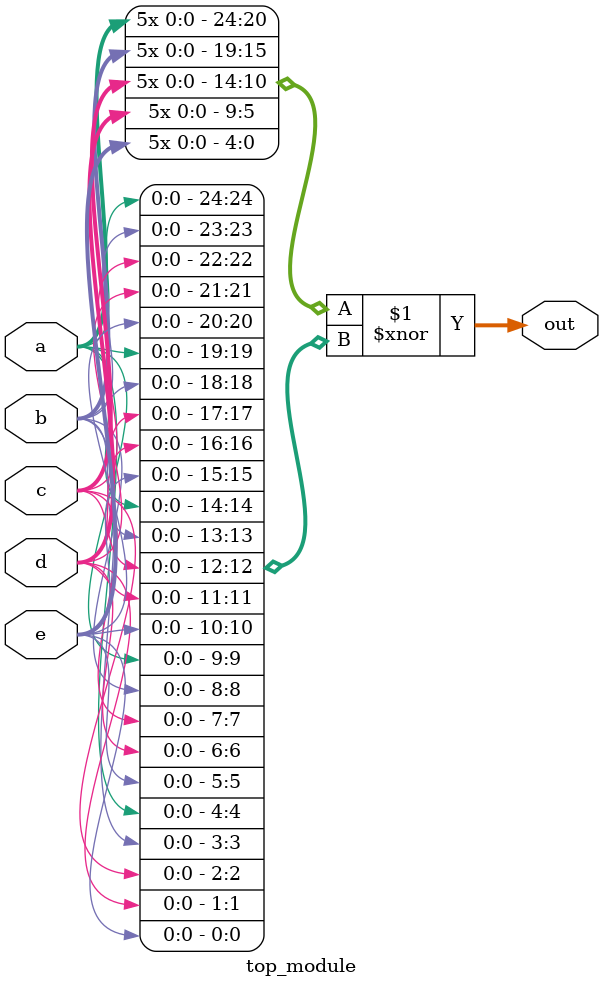
<source format=v>
module top_module (
    input a, b, c, d, e,
    output [24:0] out
);
	
    assign out = {{5{a}},{5{b}},{5{c}},{5{d}},{5{e}}} ^~ {{5{a,b,c,d,e}}};

endmodule

</source>
